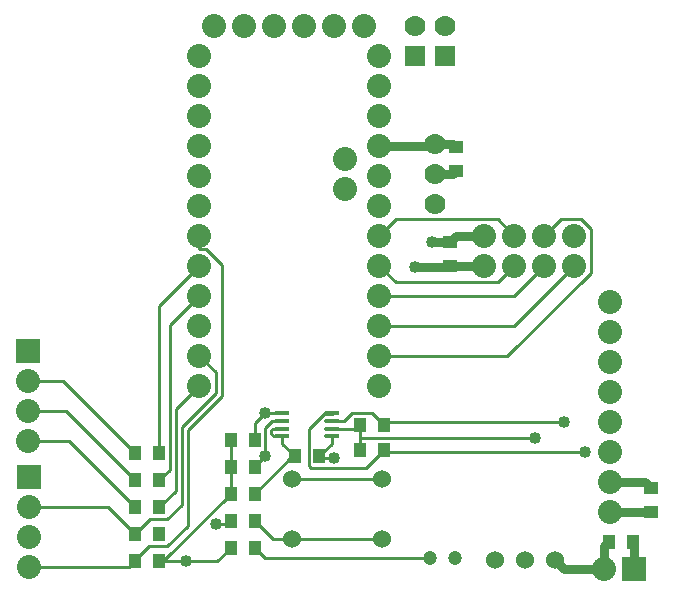
<source format=gtl>
G04 Layer_Physical_Order=1*
G04 Layer_Color=255*
%FSLAX25Y25*%
%MOIN*%
G70*
G01*
G75*
%ADD10R,0.05000X0.04000*%
%ADD11R,0.04000X0.05000*%
%ADD12O,0.05118X0.01575*%
%ADD13C,0.03000*%
%ADD14C,0.01000*%
%ADD15C,0.07000*%
%ADD16R,0.07000X0.07000*%
%ADD17C,0.08000*%
%ADD18R,0.08000X0.08000*%
%ADD19R,0.08000X0.08000*%
%ADD20C,0.06000*%
%ADD21C,0.04724*%
%ADD22C,0.04000*%
D10*
X214000Y33000D02*
D03*
Y25000D02*
D03*
X147000Y107000D02*
D03*
Y115000D02*
D03*
X149000Y146500D02*
D03*
Y138500D02*
D03*
D11*
X74000Y13000D02*
D03*
X82000D02*
D03*
X74000Y22000D02*
D03*
X82000D02*
D03*
Y49000D02*
D03*
X74000D02*
D03*
X82000Y40000D02*
D03*
X74000D02*
D03*
X50200Y8500D02*
D03*
X42200D02*
D03*
X50200Y17500D02*
D03*
X42200D02*
D03*
X50250Y26500D02*
D03*
X42250D02*
D03*
X50250Y35500D02*
D03*
X42250D02*
D03*
X50250Y44500D02*
D03*
X42250D02*
D03*
X208000Y15000D02*
D03*
X200000D02*
D03*
X74000Y31000D02*
D03*
X82000D02*
D03*
X95500Y43500D02*
D03*
X103500D02*
D03*
X125000Y45500D02*
D03*
X117000D02*
D03*
X125000Y54000D02*
D03*
X117000D02*
D03*
D12*
X107768Y50161D02*
D03*
Y52720D02*
D03*
Y55279D02*
D03*
Y57839D02*
D03*
X91232Y50161D02*
D03*
Y52720D02*
D03*
Y55279D02*
D03*
Y57839D02*
D03*
D13*
X123500Y147000D02*
X142000D01*
X212000Y35000D02*
X214000Y33000D01*
X200500Y35000D02*
X212000D01*
X200500Y25000D02*
X214000D01*
X208500Y6000D02*
Y14500D01*
X198500Y6000D02*
Y13500D01*
X200000Y15000D01*
X185000Y6000D02*
X198500D01*
X182000Y9000D02*
X185000Y6000D01*
X147000Y107000D02*
X158500D01*
X149000Y117000D02*
X158500D01*
X147000Y115000D02*
X149000Y117000D01*
X141000Y115000D02*
X147000D01*
X142000Y147500D02*
X148000D01*
X149000Y146500D01*
X142000Y137500D02*
X148000D01*
X149000Y138500D01*
X135500Y106500D02*
X146500D01*
X147000Y107000D01*
D14*
X6500Y68500D02*
X18250D01*
X42250Y44500D01*
X6500Y58500D02*
X19250D01*
X42250Y35500D01*
X6500Y48500D02*
X20250D01*
X42250Y26500D01*
X6650Y26450D02*
X33250D01*
X42200Y17500D01*
X6650Y6450D02*
X40150D01*
X94500Y16000D02*
X124500D01*
X88000D02*
X94500D01*
X82000Y22000D02*
X88000Y16000D01*
X163000Y101500D02*
X168500Y107000D01*
X129000Y101500D02*
X163000D01*
X168500Y97000D02*
X178500Y107000D01*
X123500Y97000D02*
X168500D01*
Y87000D02*
X188500Y107000D01*
X123500Y87000D02*
X168500D01*
X178500Y117000D02*
X184000Y122500D01*
X190778D01*
X194000Y119278D01*
Y104722D02*
Y119278D01*
X166278Y77000D02*
X194000Y104722D01*
X123500Y77000D02*
X166278D01*
X50250Y93750D02*
X63500Y107000D01*
X50250Y44500D02*
Y93750D01*
X53750Y87250D02*
X63500Y97000D01*
X53750Y39000D02*
Y87250D01*
X50250Y35500D02*
X53750Y39000D01*
X55750Y59250D02*
X63500Y67000D01*
X55750Y32000D02*
Y59250D01*
X50250Y26500D02*
X55750Y32000D01*
X63500Y77000D02*
X69000Y71500D01*
X52871Y22500D02*
X57750Y27379D01*
X47200Y22500D02*
X52871D01*
X42200Y17500D02*
X47200Y22500D01*
X57750Y27379D02*
Y53250D01*
X69000Y64500D01*
Y71500D01*
X63500Y112500D02*
Y117000D01*
X65778Y112500D02*
X71000Y107278D01*
Y63672D02*
Y107278D01*
X59750Y52422D02*
X71000Y63672D01*
X59750Y20429D02*
Y52422D01*
X52821Y13500D02*
X59750Y20429D01*
X46700Y13500D02*
X52821D01*
X41700Y8000D02*
Y8500D01*
X40150Y6450D02*
X41700Y8000D01*
Y8500D02*
X46700Y13500D01*
X63500Y112500D02*
X65778D01*
X82000Y13000D02*
X85500Y9500D01*
X140500D01*
X69500Y8500D02*
X74000Y13000D01*
X50200Y8500D02*
X51500D01*
X69500D01*
X94500Y36000D02*
X124500D01*
X123500Y107000D02*
X129000Y101500D01*
X69000Y21000D02*
X73000D01*
X74000Y22000D01*
X163000Y122500D02*
X168500Y117000D01*
X123500D02*
X129000Y122500D01*
X163000D01*
X51500Y8500D02*
X74000Y31000D01*
Y40000D02*
Y49000D01*
Y31000D02*
Y40000D01*
X82000Y31000D02*
X94500Y43500D01*
X95500D01*
X91232Y47768D02*
X95500Y43500D01*
X91232Y47768D02*
Y50161D01*
X82000Y49000D02*
Y54500D01*
X85339Y57839D01*
X91232D01*
X82000Y40000D02*
X85500Y43500D01*
Y53000D01*
X87779Y55279D01*
X91232D01*
X88049Y52720D02*
X91232D01*
X87500Y52172D02*
X88049Y52720D01*
X87500Y51000D02*
Y52172D01*
Y51000D02*
X88339Y50161D01*
X91232D01*
X103500Y43500D02*
X107768Y47768D01*
Y50161D01*
Y52720D02*
X115720D01*
X117000Y54000D01*
X107768Y55279D02*
X111658D01*
X114379Y58000D01*
X121000D01*
X125000Y54000D01*
X107768Y57839D02*
X108039Y57567D01*
X100000Y52518D02*
X105049Y57567D01*
X100000Y40379D02*
Y52518D01*
Y40379D02*
X100879Y39500D01*
X119000D01*
X125000Y45500D01*
X105049Y57567D02*
X108039D01*
X117000Y45500D02*
Y49750D01*
Y54000D01*
X126000Y55000D02*
X185000D01*
X125000Y54000D02*
X126000Y55000D01*
X125500Y45000D02*
X192000D01*
X125000Y45500D02*
X125500Y45000D01*
X104000Y43000D02*
X108500D01*
X103500Y43500D02*
X104000Y43000D01*
X117000Y49750D02*
X175500D01*
D15*
X142000Y127500D02*
D03*
Y137500D02*
D03*
Y147500D02*
D03*
X145500Y187000D02*
D03*
X135500D02*
D03*
D16*
X145500Y177000D02*
D03*
X135500D02*
D03*
D17*
X6500Y58500D02*
D03*
X6500Y68500D02*
D03*
X6500Y48500D02*
D03*
X6650Y6450D02*
D03*
X6650Y26450D02*
D03*
X6650Y16450D02*
D03*
X198500Y6000D02*
D03*
X63500Y177000D02*
D03*
Y167000D02*
D03*
Y157000D02*
D03*
Y147000D02*
D03*
Y137000D02*
D03*
Y127000D02*
D03*
Y117000D02*
D03*
Y107000D02*
D03*
Y97000D02*
D03*
Y87000D02*
D03*
Y77000D02*
D03*
Y67000D02*
D03*
X123500Y177000D02*
D03*
Y167000D02*
D03*
Y157000D02*
D03*
Y147000D02*
D03*
Y137000D02*
D03*
Y127000D02*
D03*
Y117000D02*
D03*
Y107000D02*
D03*
Y97000D02*
D03*
Y87000D02*
D03*
Y77000D02*
D03*
Y67000D02*
D03*
X112000Y142500D02*
D03*
Y132500D02*
D03*
X68500Y187000D02*
D03*
X78500D02*
D03*
X88500D02*
D03*
X98500D02*
D03*
X108500D02*
D03*
X118500D02*
D03*
X158500Y107000D02*
D03*
X168500D02*
D03*
X178500D02*
D03*
X188500D02*
D03*
Y117000D02*
D03*
X178500D02*
D03*
X168500D02*
D03*
X158500D02*
D03*
X200500Y25000D02*
D03*
Y35000D02*
D03*
Y45000D02*
D03*
Y55000D02*
D03*
Y65000D02*
D03*
Y75000D02*
D03*
Y85000D02*
D03*
Y95000D02*
D03*
D18*
X6500Y78500D02*
D03*
X6650Y36450D02*
D03*
D19*
X208500Y6000D02*
D03*
D20*
X124500Y36000D02*
D03*
X94500D02*
D03*
X124500Y16000D02*
D03*
X94500D02*
D03*
X162000Y9000D02*
D03*
X172000D02*
D03*
X182000D02*
D03*
D21*
X148768Y9500D02*
D03*
X140500D02*
D03*
D22*
X85500Y43500D02*
D03*
X85339Y57839D02*
D03*
X185000Y55000D02*
D03*
X192000Y45000D02*
D03*
X50200Y17500D02*
D03*
X59200Y8500D02*
D03*
X69000Y21000D02*
D03*
X141000Y115000D02*
D03*
X108500Y43000D02*
D03*
X175500Y49750D02*
D03*
X135500Y106500D02*
D03*
M02*

</source>
